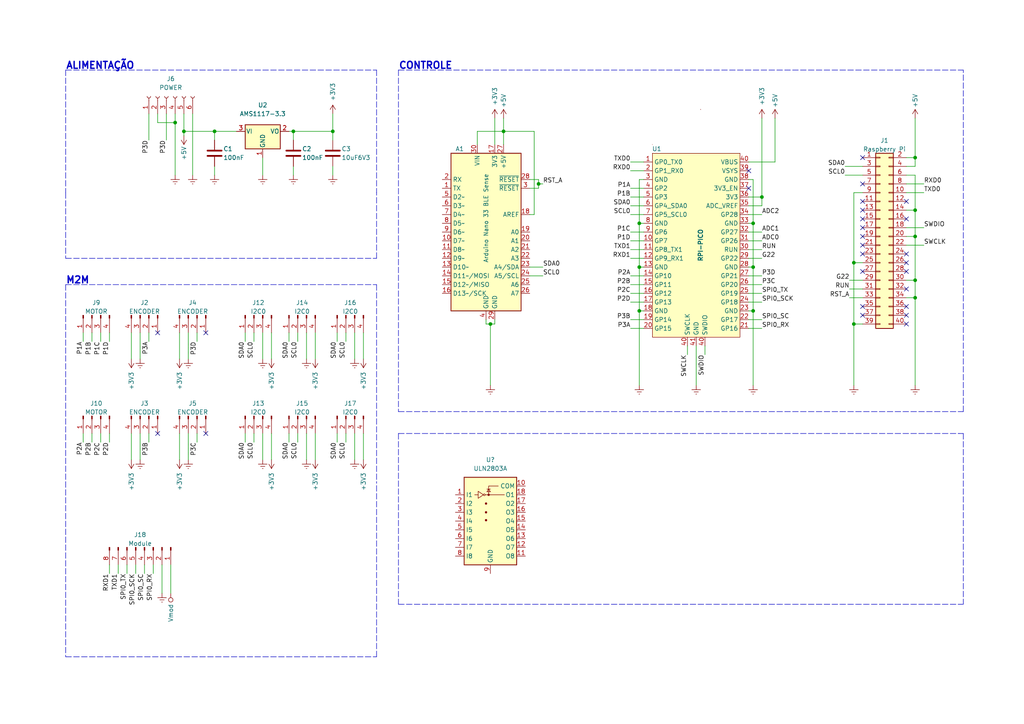
<source format=kicad_sch>
(kicad_sch (version 20211123) (generator eeschema)
  (paper "A4")
  (title_block (title "Controle e Alimentação") (date "2022-06-19") (rev "1.0") (company "Trekking") (comment 2 "Pedro Igro B. S."))
  (lib_symbols
    (symbol "Connector:Conn_01x04_Male" (pin_names (offset 1.016) hide)
      (property "Reference" "J" (at 0 5.08 0))
      (property "Value" "Conn_01x04_Male" (at 0 -7.62 0))
      (symbol "Conn_01x04_Male_1_1"
        (polyline (pts (xy 1.27 -5.08) (xy 0.8636 -5.08)) (stroke (width 0.1524)))
        (polyline (pts (xy 1.27 -2.54) (xy 0.8636 -2.54)) (stroke (width 0.1524)))
        (polyline (pts (xy 1.27 0) (xy 0.8636 0)) (stroke (width 0.1524)))
        (polyline (pts (xy 1.27 2.54) (xy 0.8636 2.54)) (stroke (width 0.1524)))
        (rectangle (start 0.8636 -4.953) (end 0 -5.207) (stroke (width 0.1524)) (fill (type outline)))
        (rectangle (start 0.8636 -2.413) (end 0 -2.667) (stroke (width 0.1524)) (fill (type outline)))
        (rectangle (start 0.8636 0.127) (end 0 -0.127) (stroke (width 0.1524)) (fill (type outline)))
        (rectangle (start 0.8636 2.667) (end 0 2.413) (stroke (width 0.1524)) (fill (type outline)))
        (pin passive line (at 5.08 2.54 180) (length 3.81) (name "Pin_1") (number "1"))
        (pin passive line (at 5.08 0 180) (length 3.81) (name "Pin_2") (number "2"))
        (pin passive line (at 5.08 -2.54 180) (length 3.81) (name "Pin_3") (number "3"))
        (pin passive line (at 5.08 -5.08 180) (length 3.81) (name "Pin_4") (number "4"))
      )
    )
    (symbol "Connector:Conn_01x06_Female" (pin_names (offset 1.016) hide)
      (property "Reference" "J" (at 0 7.62 0))
      (property "Value" "Conn_01x06_Female" (at 0 -10.16 0))
      (symbol "Conn_01x06_Female_1_1"
        (arc (start 0 -7.112) (mid -0.508 -7.62) (end 0 -8.128) (stroke (width 0.1524)))
        (arc (start 0 -4.572) (mid -0.508 -5.08) (end 0 -5.588) (stroke (width 0.1524)))
        (arc (start 0 -2.032) (mid -0.508 -2.54) (end 0 -3.048) (stroke (width 0.1524)))
        (polyline (pts (xy -1.27 -7.62) (xy -0.508 -7.62)) (stroke (width 0.1524)))
        (polyline (pts (xy -1.27 -5.08) (xy -0.508 -5.08)) (stroke (width 0.1524)))
        (polyline (pts (xy -1.27 -2.54) (xy -0.508 -2.54)) (stroke (width 0.1524)))
        (polyline (pts (xy -1.27 0) (xy -0.508 0)) (stroke (width 0.1524)))
        (polyline (pts (xy -1.27 2.54) (xy -0.508 2.54)) (stroke (width 0.1524)))
        (polyline (pts (xy -1.27 5.08) (xy -0.508 5.08)) (stroke (width 0.1524)))
        (arc (start 0 0.508) (mid -0.508 0) (end 0 -0.508) (stroke (width 0.1524)))
        (arc (start 0 3.048) (mid -0.508 2.54) (end 0 2.032) (stroke (width 0.1524)))
        (arc (start 0 5.588) (mid -0.508 5.08) (end 0 4.572) (stroke (width 0.1524)))
        (pin passive line (at -5.08 5.08 0) (length 3.81) (name "Pin_1") (number "1"))
        (pin passive line (at -5.08 2.54 0) (length 3.81) (name "Pin_2") (number "2"))
        (pin passive line (at -5.08 0 0) (length 3.81) (name "Pin_3") (number "3"))
        (pin passive line (at -5.08 -2.54 0) (length 3.81) (name "Pin_4") (number "4"))
        (pin passive line (at -5.08 -5.08 0) (length 3.81) (name "Pin_5") (number "5"))
        (pin passive line (at -5.08 -7.62 0) (length 3.81) (name "Pin_6") (number "6"))
      )
    )
    (symbol "Connector:Conn_01x08_Male" (pin_names (offset 1.016) hide)
      (property "Reference" "J" (at 0 10.16 0))
      (property "Value" "Conn_01x08_Male" (at 0 -12.7 0))
      (symbol "Conn_01x08_Male_1_1"
        (polyline (pts (xy 1.27 -10.16) (xy 0.8636 -10.16)) (stroke (width 0.1524)))
        (polyline (pts (xy 1.27 -7.62) (xy 0.8636 -7.62)) (stroke (width 0.1524)))
        (polyline (pts (xy 1.27 -5.08) (xy 0.8636 -5.08)) (stroke (width 0.1524)))
        (polyline (pts (xy 1.27 -2.54) (xy 0.8636 -2.54)) (stroke (width 0.1524)))
        (polyline (pts (xy 1.27 0) (xy 0.8636 0)) (stroke (width 0.1524)))
        (polyline (pts (xy 1.27 2.54) (xy 0.8636 2.54)) (stroke (width 0.1524)))
        (polyline (pts (xy 1.27 5.08) (xy 0.8636 5.08)) (stroke (width 0.1524)))
        (polyline (pts (xy 1.27 7.62) (xy 0.8636 7.62)) (stroke (width 0.1524)))
        (rectangle (start 0.8636 -10.033) (end 0 -10.287) (stroke (width 0.1524)) (fill (type outline)))
        (rectangle (start 0.8636 -7.493) (end 0 -7.747) (stroke (width 0.1524)) (fill (type outline)))
        (rectangle (start 0.8636 -4.953) (end 0 -5.207) (stroke (width 0.1524)) (fill (type outline)))
        (rectangle (start 0.8636 -2.413) (end 0 -2.667) (stroke (width 0.1524)) (fill (type outline)))
        (rectangle (start 0.8636 0.127) (end 0 -0.127) (stroke (width 0.1524)) (fill (type outline)))
        (rectangle (start 0.8636 2.667) (end 0 2.413) (stroke (width 0.1524)) (fill (type outline)))
        (rectangle (start 0.8636 5.207) (end 0 4.953) (stroke (width 0.1524)) (fill (type outline)))
        (rectangle (start 0.8636 7.747) (end 0 7.493) (stroke (width 0.1524)) (fill (type outline)))
        (pin passive line (at 5.08 7.62 180) (length 3.81) (name "Pin_1") (number "1"))
        (pin passive line (at 5.08 5.08 180) (length 3.81) (name "Pin_2") (number "2"))
        (pin passive line (at 5.08 2.54 180) (length 3.81) (name "Pin_3") (number "3"))
        (pin passive line (at 5.08 0 180) (length 3.81) (name "Pin_4") (number "4"))
        (pin passive line (at 5.08 -2.54 180) (length 3.81) (name "Pin_5") (number "5"))
        (pin passive line (at 5.08 -5.08 180) (length 3.81) (name "Pin_6") (number "6"))
        (pin passive line (at 5.08 -7.62 180) (length 3.81) (name "Pin_7") (number "7"))
        (pin passive line (at 5.08 -10.16 180) (length 3.81) (name "Pin_8") (number "8"))
      )
    )
    (symbol "Connector_Generic:Conn_02x20_Odd_Even" (pin_names (offset 1.016) hide)
      (property "Reference" "J" (at 1.27 25.4 0))
      (property "Value" "Conn_02x20_Odd_Even" (at 1.27 -27.94 0))
      (symbol "Conn_02x20_Odd_Even_1_1"
        (rectangle (start -1.27 -25.273) (end 0 -25.527) (stroke (width 0.1524)))
        (rectangle (start -1.27 -22.733) (end 0 -22.987) (stroke (width 0.1524)))
        (rectangle (start -1.27 -20.193) (end 0 -20.447) (stroke (width 0.1524)))
        (rectangle (start -1.27 -17.653) (end 0 -17.907) (stroke (width 0.1524)))
        (rectangle (start -1.27 -15.113) (end 0 -15.367) (stroke (width 0.1524)))
        (rectangle (start -1.27 -12.573) (end 0 -12.827) (stroke (width 0.1524)))
        (rectangle (start -1.27 -10.033) (end 0 -10.287) (stroke (width 0.1524)))
        (rectangle (start -1.27 -7.493) (end 0 -7.747) (stroke (width 0.1524)))
        (rectangle (start -1.27 -4.953) (end 0 -5.207) (stroke (width 0.1524)))
        (rectangle (start -1.27 -2.413) (end 0 -2.667) (stroke (width 0.1524)))
        (rectangle (start -1.27 0.127) (end 0 -0.127) (stroke (width 0.1524)))
        (rectangle (start -1.27 2.667) (end 0 2.413) (stroke (width 0.1524)))
        (rectangle (start -1.27 5.207) (end 0 4.953) (stroke (width 0.1524)))
        (rectangle (start -1.27 7.747) (end 0 7.493) (stroke (width 0.1524)))
        (rectangle (start -1.27 10.287) (end 0 10.033) (stroke (width 0.1524)))
        (rectangle (start -1.27 12.827) (end 0 12.573) (stroke (width 0.1524)))
        (rectangle (start -1.27 15.367) (end 0 15.113) (stroke (width 0.1524)))
        (rectangle (start -1.27 17.907) (end 0 17.653) (stroke (width 0.1524)))
        (rectangle (start -1.27 20.447) (end 0 20.193) (stroke (width 0.1524)))
        (rectangle (start -1.27 22.987) (end 0 22.733) (stroke (width 0.1524)))
        (rectangle (start -1.27 24.13) (end 3.81 -26.67) (stroke (width 0.254)) (fill (type background)))
        (rectangle (start 3.81 -25.273) (end 2.54 -25.527) (stroke (width 0.1524)))
        (rectangle (start 3.81 -22.733) (end 2.54 -22.987) (stroke (width 0.1524)))
        (rectangle (start 3.81 -20.193) (end 2.54 -20.447) (stroke (width 0.1524)))
        (rectangle (start 3.81 -17.653) (end 2.54 -17.907) (stroke (width 0.1524)))
        (rectangle (start 3.81 -15.113) (end 2.54 -15.367) (stroke (width 0.1524)))
        (rectangle (start 3.81 -12.573) (end 2.54 -12.827) (stroke (width 0.1524)))
        (rectangle (start 3.81 -10.033) (end 2.54 -10.287) (stroke (width 0.1524)))
        (rectangle (start 3.81 -7.493) (end 2.54 -7.747) (stroke (width 0.1524)))
        (rectangle (start 3.81 -4.953) (end 2.54 -5.207) (stroke (width 0.1524)))
        (rectangle (start 3.81 -2.413) (end 2.54 -2.667) (stroke (width 0.1524)))
        (rectangle (start 3.81 0.127) (end 2.54 -0.127) (stroke (width 0.1524)))
        (rectangle (start 3.81 2.667) (end 2.54 2.413) (stroke (width 0.1524)))
        (rectangle (start 3.81 5.207) (end 2.54 4.953) (stroke (width 0.1524)))
        (rectangle (start 3.81 7.747) (end 2.54 7.493) (stroke (width 0.1524)))
        (rectangle (start 3.81 10.287) (end 2.54 10.033) (stroke (width 0.1524)))
        (rectangle (start 3.81 12.827) (end 2.54 12.573) (stroke (width 0.1524)))
        (rectangle (start 3.81 15.367) (end 2.54 15.113) (stroke (width 0.1524)))
        (rectangle (start 3.81 17.907) (end 2.54 17.653) (stroke (width 0.1524)))
        (rectangle (start 3.81 20.447) (end 2.54 20.193) (stroke (width 0.1524)))
        (rectangle (start 3.81 22.987) (end 2.54 22.733) (stroke (width 0.1524)))
        (pin passive line (at -5.08 22.86 0) (length 3.81) (name "Pin_1") (number "1"))
        (pin passive line (at 7.62 12.7 180) (length 3.81) (name "Pin_10") (number "10"))
        (pin passive line (at -5.08 10.16 0) (length 3.81) (name "Pin_11") (number "11"))
        (pin passive line (at 7.62 10.16 180) (length 3.81) (name "Pin_12") (number "12"))
        (pin passive line (at -5.08 7.62 0) (length 3.81) (name "Pin_13") (number "13"))
        (pin passive line (at 7.62 7.62 180) (length 3.81) (name "Pin_14") (number "14"))
        (pin passive line (at -5.08 5.08 0) (length 3.81) (name "Pin_15") (number "15"))
        (pin passive line (at 7.62 5.08 180) (length 3.81) (name "Pin_16") (number "16"))
        (pin passive line (at -5.08 2.54 0) (length 3.81) (name "Pin_17") (number "17"))
        (pin passive line (at 7.62 2.54 180) (length 3.81) (name "Pin_18") (number "18"))
        (pin passive line (at -5.08 0 0) (length 3.81) (name "Pin_19") (number "19"))
        (pin passive line (at 7.62 22.86 180) (length 3.81) (name "Pin_2") (number "2"))
        (pin passive line (at 7.62 0 180) (length 3.81) (name "Pin_20") (number "20"))
        (pin passive line (at -5.08 -2.54 0) (length 3.81) (name "Pin_21") (number "21"))
        (pin passive line (at 7.62 -2.54 180) (length 3.81) (name "Pin_22") (number "22"))
        (pin passive line (at -5.08 -5.08 0) (length 3.81) (name "Pin_23") (number "23"))
        (pin passive line (at 7.62 -5.08 180) (length 3.81) (name "Pin_24") (number "24"))
        (pin passive line (at -5.08 -7.62 0) (length 3.81) (name "Pin_25") (number "25"))
        (pin passive line (at 7.62 -7.62 180) (length 3.81) (name "Pin_26") (number "26"))
        (pin passive line (at -5.08 -10.16 0) (length 3.81) (name "Pin_27") (number "27"))
        (pin passive line (at 7.62 -10.16 180) (length 3.81) (name "Pin_28") (number "28"))
        (pin passive line (at -5.08 -12.7 0) (length 3.81) (name "Pin_29") (number "29"))
        (pin passive line (at -5.08 20.32 0) (length 3.81) (name "Pin_3") (number "3"))
        (pin passive line (at 7.62 -12.7 180) (length 3.81) (name "Pin_30") (number "30"))
        (pin passive line (at -5.08 -15.24 0) (length 3.81) (name "Pin_31") (number "31"))
        (pin passive line (at 7.62 -15.24 180) (length 3.81) (name "Pin_32") (number "32"))
        (pin passive line (at -5.08 -17.78 0) (length 3.81) (name "Pin_33") (number "33"))
        (pin passive line (at 7.62 -17.78 180) (length 3.81) (name "Pin_34") (number "34"))
        (pin passive line (at -5.08 -20.32 0) (length 3.81) (name "Pin_35") (number "35"))
        (pin passive line (at 7.62 -20.32 180) (length 3.81) (name "Pin_36") (number "36"))
        (pin passive line (at -5.08 -22.86 0) (length 3.81) (name "Pin_37") (number "37"))
        (pin passive line (at 7.62 -22.86 180) (length 3.81) (name "Pin_38") (number "38"))
        (pin passive line (at -5.08 -25.4 0) (length 3.81) (name "Pin_39") (number "39"))
        (pin passive line (at 7.62 20.32 180) (length 3.81) (name "Pin_4") (number "4"))
        (pin passive line (at 7.62 -25.4 180) (length 3.81) (name "Pin_40") (number "40"))
        (pin passive line (at -5.08 17.78 0) (length 3.81) (name "Pin_5") (number "5"))
        (pin passive line (at 7.62 17.78 180) (length 3.81) (name "Pin_6") (number "6"))
        (pin passive line (at -5.08 15.24 0) (length 3.81) (name "Pin_7") (number "7"))
        (pin passive line (at 7.62 15.24 180) (length 3.81) (name "Pin_8") (number "8"))
        (pin passive line (at -5.08 12.7 0) (length 3.81) (name "Pin_9") (number "9"))
      )
    )
    (symbol "Device:C" (pin_numbers hide) (pin_names (offset 0.254))
      (property "Reference" "C" (at 0.635 2.54 0))
      (property "Value" "C" (at 0.635 -2.54 0))
      (symbol "C_0_1"
        (polyline (pts (xy -2.032 -0.762) (xy 2.032 -0.762)) (stroke (width 0.508)))
        (polyline (pts (xy -2.032 0.762) (xy 2.032 0.762)) (stroke (width 0.508)))
      )
      (symbol "C_1_1"
        (pin passive line (at 0 3.81 270) (length 2.794) (name "~") (number "1"))
        (pin passive line (at 0 -3.81 90) (length 2.794) (name "~") (number "2"))
      )
    )
    (symbol "MCU_Module:Arduino_Nano_v3.x"
      (property "Reference" "A?" (at 4.5594 -25.4 0))
      (property "Value" "Arduino® Nano 33 BLE Sense" (at 4.5594 -27.94 0))
      (symbol "Arduino_Nano_v3.x_0_1"
        (rectangle (start -10.16 22.86) (end 10.16 -22.86) (stroke (width 0.254)) (fill (type background)))
      )
      (symbol "Arduino_Nano_v3.x_1_1"
        (pin bidirectional line (at -12.7 12.7 0) (length 2.54) (name "TX") (number "1"))
        (pin bidirectional line (at -12.7 -2.54 0) (length 2.54) (name "D7~") (number "10"))
        (pin bidirectional line (at -12.7 -5.08 0) (length 2.54) (name "D8~") (number "11"))
        (pin bidirectional line (at -12.7 -7.62 0) (length 2.54) (name "D9~") (number "12"))
        (pin bidirectional line (at -12.7 -10.16 0) (length 2.54) (name "D10~") (number "13"))
        (pin bidirectional line (at -12.7 -12.7 0) (length 2.54) (name "D11~/MOSI") (number "14"))
        (pin bidirectional line (at -12.7 -15.24 0) (length 2.54) (name "D12~/MISO") (number "15"))
        (pin bidirectional line (at -12.7 -17.78 0) (length 2.54) (name "D13~/SCK") (number "16"))
        (pin power_out line (at 2.54 25.4 270) (length 2.54) (name "3V3") (number "17"))
        (pin input line (at 12.7 5.08 180) (length 2.54) (name "AREF") (number "18"))
        (pin bidirectional line (at 12.7 0 180) (length 2.54) (name "A0") (number "19"))
        (pin bidirectional line (at -12.7 15.24 0) (length 2.54) (name "RX") (number "2"))
        (pin bidirectional line (at 12.7 -2.54 180) (length 2.54) (name "A1") (number "20"))
        (pin bidirectional line (at 12.7 -5.08 180) (length 2.54) (name "A2") (number "21"))
        (pin bidirectional line (at 12.7 -7.62 180) (length 2.54) (name "A3") (number "22"))
        (pin bidirectional line (at 12.7 -10.16 180) (length 2.54) (name "A4/SDA") (number "23"))
        (pin bidirectional line (at 12.7 -12.7 180) (length 2.54) (name "A5/SCL") (number "24"))
        (pin bidirectional line (at 12.7 -15.24 180) (length 2.54) (name "A6") (number "25"))
        (pin bidirectional line (at 12.7 -17.78 180) (length 2.54) (name "A7") (number "26"))
        (pin power_out line (at 5.08 25.4 270) (length 2.54) (name "+5V") (number "27"))
        (pin input line (at 12.7 15.24 180) (length 2.54) (name "~{RESET}") (number "28"))
        (pin power_in line (at 2.54 -25.4 90) (length 2.54) (name "GND") (number "29"))
        (pin input line (at 12.7 12.7 180) (length 2.54) (name "~{RESET}") (number "3"))
        (pin power_in line (at -2.54 25.4 270) (length 2.54) (name "VIN") (number "30"))
        (pin power_in line (at 0 -25.4 90) (length 2.54) (name "GND") (number "4"))
        (pin bidirectional line (at -12.7 10.16 0) (length 2.54) (name "D2~") (number "5"))
        (pin bidirectional line (at -12.7 7.62 0) (length 2.54) (name "D3~") (number "6"))
        (pin bidirectional line (at -12.7 5.08 0) (length 2.54) (name "D4~") (number "7"))
        (pin bidirectional line (at -12.7 2.54 0) (length 2.54) (name "D5~") (number "8"))
        (pin bidirectional line (at -12.7 0 0) (length 2.54) (name "D6~") (number "9"))
      )
    )
    (symbol "MyLib-ALL:Vmod" (power) (pin_names (offset 0))
      (property "Value" "Vmod" (at 0 3.81 0))
      (symbol "Vmod_0_1"
        (polyline (pts (xy 0 0) (xy 0 1.27)))
        (circle (center 0 1.905) (radius 0.635))
      )
      (symbol "Vmod_1_1"
        (pin power_in line (at 0 0 90) (length 0) hide (name "Vmod") (number "1"))
      )
    )
    (symbol "Regulator_Linear:AMS1117-3.3" (pin_names (offset 0.254))
      (property "Reference" "U" (at -3.81 3.175 0))
      (property "Value" "AMS1117-3.3" (at 0 3.175 0))
      (symbol "AMS1117-3.3_0_1"
        (rectangle (start -5.08 -5.08) (end 5.08 1.905) (stroke (width 0.254)) (fill (type background)))
      )
      (symbol "AMS1117-3.3_1_1"
        (pin power_in line (at 0 -7.62 90) (length 2.54) (name "GND") (number "1"))
        (pin power_out line (at 7.62 0 180) (length 2.54) (name "VO") (number "2"))
        (pin power_in line (at -7.62 0 0) (length 2.54) (name "VI") (number "3"))
      )
    )
    (symbol "Transistor_Array:ULN2803A"
      (property "Reference" "U" (at 0 13.335 0))
      (property "Value" "ULN2803A" (at 0 11.43 0))
      (symbol "ULN2803A_0_1"
        (rectangle (start -7.62 -15.24) (end 7.62 10.16) (stroke (width 0.254)) (fill (type background)))
        (circle (center -1.778 5.08) (radius 0.254))
        (circle (center -1.27 -2.286) (radius 0.254) (fill (type outline)))
        (circle (center -1.27 0) (radius 0.254) (fill (type outline)))
        (circle (center -1.27 2.54) (radius 0.254) (fill (type outline)))
        (circle (center -0.508 5.08) (radius 0.254) (fill (type outline)))
        (polyline (pts (xy -4.572 5.08) (xy -3.556 5.08)))
        (polyline (pts (xy -1.524 5.08) (xy 4.064 5.08)))
        (polyline (pts (xy 0 6.731) (xy -1.016 6.731)))
        (polyline (pts (xy -0.508 5.08) (xy -0.508 7.62) (xy 2.286 7.62)))
        (polyline (pts (xy -3.556 6.096) (xy -3.556 4.064) (xy -2.032 5.08) (xy -3.556 6.096)))
        (polyline (pts (xy 0 5.969) (xy -1.016 5.969) (xy -0.508 6.731) (xy 0 5.969)))
      )
      (symbol "ULN2803A_1_1"
        (pin input line (at -10.16 5.08 0) (length 2.54) (name "I1") (number "1"))
        (pin passive line (at 10.16 7.62 180) (length 2.54) (name "COM") (number "10"))
        (pin open_collector line (at 10.16 -12.7 180) (length 2.54) (name "O8") (number "11"))
        (pin open_collector line (at 10.16 -10.16 180) (length 2.54) (name "O7") (number "12"))
        (pin open_collector line (at 10.16 -7.62 180) (length 2.54) (name "O6") (number "13"))
        (pin open_collector line (at 10.16 -5.08 180) (length 2.54) (name "O5") (number "14"))
        (pin open_collector line (at 10.16 -2.54 180) (length 2.54) (name "O4") (number "15"))
        (pin open_collector line (at 10.16 0 180) (length 2.54) (name "O3") (number "16"))
        (pin open_collector line (at 10.16 2.54 180) (length 2.54) (name "O2") (number "17"))
        (pin open_collector line (at 10.16 5.08 180) (length 2.54) (name "O1") (number "18"))
        (pin input line (at -10.16 2.54 0) (length 2.54) (name "I2") (number "2"))
        (pin input line (at -10.16 0 0) (length 2.54) (name "I3") (number "3"))
        (pin input line (at -10.16 -2.54 0) (length 2.54) (name "I4") (number "4"))
        (pin input line (at -10.16 -5.08 0) (length 2.54) (name "I5") (number "5"))
        (pin input line (at -10.16 -7.62 0) (length 2.54) (name "I6") (number "6"))
        (pin input line (at -10.16 -10.16 0) (length 2.54) (name "I7") (number "7"))
        (pin input line (at -10.16 -12.7 0) (length 2.54) (name "I8") (number "8"))
        (pin power_in line (at 0 -17.78 90) (length 2.54) (name "GND") (number "9"))
      )
    )
    (symbol "power:+3V3" (power) (pin_names (offset 0))
      (property "Value" "+3V3" (at 0 3.556 0))
      (symbol "+3V3_0_1"
        (polyline (pts (xy -0.762 1.27) (xy 0 2.54)))
        (polyline (pts (xy 0 0) (xy 0 2.54)))
        (polyline (pts (xy 0 2.54) (xy 0.762 1.27)))
      )
      (symbol "+3V3_1_1"
        (pin power_in line (at 0 0 90) (length 0) hide (name "+3V3") (number "1"))
      )
    )
    (symbol "power:+5V" (power) (pin_names (offset 0))
      (property "Value" "+5V" (at 0 3.556 0))
      (symbol "+5V_0_1"
        (polyline (pts (xy -0.762 1.27) (xy 0 2.54)))
        (polyline (pts (xy 0 0) (xy 0 2.54)))
        (polyline (pts (xy 0 2.54) (xy 0.762 1.27)))
      )
      (symbol "+5V_1_1"
        (pin power_in line (at 0 0 90) (length 0) hide (name "+5V") (number "1"))
      )
    )
    (symbol "power:Earth" (power) (pin_names (offset 0))
      (symbol "Earth_0_1"
        (polyline (pts (xy -0.635 -1.905) (xy 0.635 -1.905)))
        (polyline (pts (xy -0.127 -2.54) (xy 0.127 -2.54)))
        (polyline (pts (xy 0 -1.27) (xy 0 0)))
        (polyline (pts (xy 1.27 -1.27) (xy -1.27 -1.27)))
      )
      (symbol "Earth_1_1"
        (pin power_in line (at 0 0 270) (length 0) hide (name "Earth") (number "1"))
      )
    )
    (symbol "trekking_Library:RPI-PICO"
      (property "Reference" "U1" (at -11.43 27.94 0))
      (property "Value" "RPI-PICO" (at 1.27 0 90))
      (symbol "RPI-PICO_0_1"
        (rectangle (start -12.7 26.67) (end 12.7 -26.67) (stroke (width 0.1524)) (fill (type background)))
        (rectangle (start -12.7 29.21) (end -12.7 29.21) (stroke (width 0.1524)))
        (rectangle (start 1.27 39.37) (end 1.27 39.37) (stroke (width 0.1524)))
        (rectangle (start 1.27 39.37) (end 1.27 39.37) (stroke (width 0.1524)))
      )
      (symbol "RPI-PICO_1_1"
        (pin bidirectional line (at -15.24 24.13 0) (length 2.54) (name "GP0_TX0") (number "1"))
        (pin bidirectional line (at -15.24 1.27 0) (length 2.54) (name "GP7") (number "10"))
        (pin bidirectional line (at -15.24 -1.27 0) (length 2.54) (name "GP8_TX1") (number "11"))
        (pin bidirectional line (at -15.24 -3.81 0) (length 2.54) (name "GP9_RX1") (number "12"))
        (pin passive line (at -15.24 -6.35 0) (length 2.54) (name "GND") (number "13"))
        (pin bidirectional line (at -15.24 -8.89 0) (length 2.54) (name "GP10") (number "14"))
        (pin bidirectional line (at -15.24 -11.43 0) (length 2.54) (name "GP11") (number "15"))
        (pin bidirectional line (at -15.24 -13.97 0) (length 2.54) (name "GP12") (number "16"))
        (pin bidirectional line (at -15.24 -16.51 0) (length 2.54) (name "GP13") (number "17"))
        (pin passive line (at -15.24 -19.05 0) (length 2.54) (name "GND") (number "18"))
        (pin bidirectional line (at -15.24 -21.59 0) (length 2.54) (name "GP14") (number "19"))
        (pin bidirectional line (at -15.24 21.59 0) (length 2.54) (name "GP1_RX0") (number "2"))
        (pin bidirectional line (at -15.24 -24.13 0) (length 2.54) (name "GP15") (number "20"))
        (pin bidirectional line (at 15.24 -24.13 180) (length 2.54) (name "GP16") (number "21"))
        (pin bidirectional line (at 15.24 -21.59 180) (length 2.54) (name "GP17") (number "22"))
        (pin passive line (at 15.24 -19.05 180) (length 2.54) (name "GND") (number "23"))
        (pin bidirectional line (at 15.24 -16.51 180) (length 2.54) (name "GP18") (number "24"))
        (pin bidirectional line (at 15.24 -13.97 180) (length 2.54) (name "GP19") (number "25"))
        (pin bidirectional line (at 15.24 -11.43 180) (length 2.54) (name "GP20") (number "26"))
        (pin bidirectional line (at 15.24 -8.89 180) (length 2.54) (name "GP21") (number "27"))
        (pin passive line (at 15.24 -6.35 180) (length 2.54) (name "GND") (number "28"))
        (pin bidirectional line (at 15.24 -3.81 180) (length 2.54) (name "GP22") (number "29"))
        (pin passive line (at -15.24 19.05 0) (length 2.54) (name "GND") (number "3"))
        (pin passive line (at 15.24 -1.27 180) (length 2.54) (name "RUN") (number "30"))
        (pin bidirectional line (at 15.24 1.27 180) (length 2.54) (name "GP26") (number "31"))
        (pin bidirectional line (at 15.24 3.81 180) (length 2.54) (name "GP27") (number "32"))
        (pin passive line (at 15.24 6.35 180) (length 2.54) (name "GND") (number "33"))
        (pin bidirectional line (at 15.24 8.89 180) (length 2.54) (name "GP28") (number "34"))
        (pin input line (at 15.24 11.43 180) (length 2.54) (name "ADC_VREF") (number "35"))
        (pin power_out line (at 15.24 13.97 180) (length 2.54) (name "3V3") (number "36"))
        (pin passive line (at 15.24 16.51 180) (length 2.54) (name "3V3_EN") (number "37"))
        (pin passive line (at 15.24 19.05 180) (length 2.54) (name "GND") (number "38"))
        (pin power_out line (at 15.24 21.59 180) (length 2.54) (name "VSYS") (number "39"))
        (pin bidirectional line (at -15.24 16.51 0) (length 2.54) (name "GP2") (number "4"))
        (pin power_in line (at -2.54 -29.21 90) (length 2.54) (name "SWCLK") (number "40"))
        (pin power_in line (at 2.54 -29.21 90) (length 2.54) (name "SWDIO") (number "40"))
        (pin power_in line (at 15.24 24.13 180) (length 2.54) (name "VBUS") (number "40"))
        (pin power_in line (at 0 -29.21 90) (length 2.54) (name "GND") (number "41"))
        (pin bidirectional line (at -15.24 13.97 0) (length 2.54) (name "GP3") (number "5"))
        (pin bidirectional line (at -15.24 11.43 0) (length 2.54) (name "GP4_SDA0") (number "6"))
        (pin bidirectional line (at -15.24 8.89 0) (length 2.54) (name "GP5_SCL0") (number "7"))
        (pin passive line (at -15.24 6.35 0) (length 2.54) (name "GND") (number "8"))
        (pin bidirectional line (at -15.24 3.81 0) (length 2.54) (name "GP6") (number "9"))
      )
    )
  )
  (junction (at 247.65 76.2))
  (junction (at 265.43 60.96))
  (junction (at 50.8 35.56))
  (junction (at 265.43 81.28))
  (junction (at 85.09 38.1))
  (junction (at 247.65 93.98))
  (junction (at 265.43 68.58))
  (junction (at 142.24 93.98))
  (junction (at 62.23 38.1))
  (junction (at 96.52 38.1))
  (junction (at 218.44 90.17))
  (junction (at 220.98 57.15))
  (junction (at 185.42 90.17))
  (junction (at 218.44 77.47))
  (junction (at 53.34 38.1))
  (junction (at 265.43 86.36))
  (junction (at 185.42 64.77))
  (junction (at 146.05 38.1))
  (junction (at 265.43 45.72))
  (junction (at 218.44 64.77))
  (junction (at 185.42 77.47))
  (junction (at 156.21 53.34))
  (no_connect (at 45.72 125.73))
  (no_connect (at 217.17 49.53))
  (no_connect (at 217.17 54.61))
  (no_connect (at 250.19 53.34))
  (no_connect (at 45.72 96.52))
  (no_connect (at 262.89 93.98))
  (no_connect (at 250.19 45.72))
  (no_connect (at 59.69 125.73))
  (no_connect (at 59.69 96.52))
  (no_connect (at 262.89 73.66))
  (no_connect (at 262.89 78.74))
  (no_connect (at 250.19 78.74))
  (no_connect (at 262.89 63.5))
  (no_connect (at 250.19 91.44))
  (no_connect (at 250.19 88.9))
  (no_connect (at 262.89 76.2))
  (no_connect (at 262.89 88.9))
  (no_connect (at 262.89 83.82))
  (no_connect (at 250.19 71.12))
  (no_connect (at 250.19 73.66))
  (no_connect (at 262.89 58.42))
  (no_connect (at 250.19 63.5))
  (no_connect (at 250.19 66.04))
  (no_connect (at 250.19 68.58))
  (no_connect (at 250.19 58.42))
  (no_connect (at 250.19 60.96))
  (no_connect (at 262.89 91.44))
  (polyline (pts (xy 19.05 55.88) (xy 19.05 74.93)))
  (wire (pts (xy 218.44 90.17) (xy 218.44 77.47)))
  (wire (pts (xy 36.83 163.83) (xy 36.83 166.37)))
  (wire (pts (xy 83.82 96.52) (xy 83.82 99.06)))
  (wire (pts (xy 217.17 67.31) (xy 220.98 67.31)))
  (wire (pts (xy 57.15 125.73) (xy 57.15 128.27)))
  (wire (pts (xy 265.43 81.28) (xy 262.89 81.28)))
  (wire (pts (xy 54.61 96.52) (xy 54.61 104.14)))
  (wire (pts (xy 185.42 77.47) (xy 185.42 90.17)))
  (wire (pts (xy 96.52 40.64) (xy 96.52 38.1)))
  (wire (pts (xy 91.44 125.73) (xy 91.44 133.35)))
  (wire (pts (xy 45.72 33.02) (xy 45.72 35.56)))
  (wire (pts (xy 267.97 66.04) (xy 262.89 66.04)))
  (wire (pts (xy 24.13 96.52) (xy 24.13 99.06)))
  (wire (pts (xy 185.42 64.77) (xy 185.42 77.47)))
  (wire (pts (xy 100.33 125.73) (xy 100.33 128.27)))
  (wire (pts (xy 43.18 33.02) (xy 43.18 40.64)))
  (wire (pts (xy 245.11 48.26) (xy 250.19 48.26)))
  (polyline (pts (xy 115.57 20.32) (xy 115.57 119.38)))
  (wire (pts (xy 62.23 48.26) (xy 62.23 50.8)))
  (wire (pts (xy 143.51 92.71) (xy 143.51 93.98)))
  (wire (pts (xy 156.21 53.34) (xy 157.48 53.34)))
  (wire (pts (xy 26.67 96.52) (xy 26.67 99.06)))
  (wire (pts (xy 217.17 87.63) (xy 220.98 87.63)))
  (wire (pts (xy 142.24 93.98) (xy 140.97 93.98)))
  (wire (pts (xy 43.18 125.73) (xy 43.18 128.27)))
  (wire (pts (xy 218.44 64.77) (xy 218.44 77.47)))
  (wire (pts (xy 91.44 96.52) (xy 91.44 104.14)))
  (wire (pts (xy 24.13 125.73) (xy 24.13 128.27)))
  (wire (pts (xy 55.88 33.02) (xy 55.88 50.8)))
  (wire (pts (xy 73.66 125.73) (xy 73.66 128.27)))
  (wire (pts (xy 153.67 62.23) (xy 154.94 62.23)))
  (wire (pts (xy 182.88 59.69) (xy 186.69 59.69)))
  (wire (pts (xy 220.98 34.29) (xy 220.98 57.15)))
  (wire (pts (xy 102.87 96.52) (xy 102.87 104.14)))
  (wire (pts (xy 217.17 52.07) (xy 218.44 52.07)))
  (wire (pts (xy 199.39 100.33) (xy 199.39 102.87)))
  (wire (pts (xy 224.79 46.99) (xy 217.17 46.99)))
  (wire (pts (xy 247.65 93.98) (xy 247.65 76.2)))
  (wire (pts (xy 182.88 87.63) (xy 186.69 87.63)))
  (wire (pts (xy 265.43 60.96) (xy 262.89 60.96)))
  (polyline (pts (xy 109.22 20.32) (xy 109.22 55.88)))
  (wire (pts (xy 224.79 34.29) (xy 224.79 46.99)))
  (wire (pts (xy 34.29 163.83) (xy 34.29 166.37)))
  (wire (pts (xy 220.98 59.69) (xy 220.98 57.15)))
  (wire (pts (xy 78.74 125.73) (xy 78.74 133.35)))
  (wire (pts (xy 182.88 80.01) (xy 186.69 80.01)))
  (polyline (pts (xy 19.05 20.32) (xy 19.05 55.88)))
  (wire (pts (xy 246.38 86.36) (xy 250.19 86.36)))
  (wire (pts (xy 50.8 35.56) (xy 50.8 50.8)))
  (wire (pts (xy 201.93 100.33) (xy 201.93 111.76)))
  (wire (pts (xy 247.65 55.88) (xy 247.65 76.2)))
  (wire (pts (xy 76.2 96.52) (xy 76.2 104.14)))
  (wire (pts (xy 97.79 125.73) (xy 97.79 128.27)))
  (wire (pts (xy 217.17 74.93) (xy 220.98 74.93)))
  (wire (pts (xy 246.38 81.28) (xy 250.19 81.28)))
  (wire (pts (xy 265.43 86.36) (xy 262.89 86.36)))
  (wire (pts (xy 86.36 96.52) (xy 86.36 99.06)))
  (wire (pts (xy 154.94 62.23) (xy 154.94 38.1)))
  (wire (pts (xy 52.07 96.52) (xy 52.07 104.14)))
  (wire (pts (xy 250.19 55.88) (xy 247.65 55.88)))
  (wire (pts (xy 57.15 96.52) (xy 57.15 99.06)))
  (wire (pts (xy 44.45 163.83) (xy 44.45 166.37)))
  (wire (pts (xy 182.88 85.09) (xy 186.69 85.09)))
  (wire (pts (xy 217.17 90.17) (xy 218.44 90.17)))
  (wire (pts (xy 153.67 80.01) (xy 157.48 80.01)))
  (wire (pts (xy 185.42 52.07) (xy 185.42 64.77)))
  (polyline (pts (xy 115.57 20.32) (xy 279.4 20.32)))
  (wire (pts (xy 250.19 93.98) (xy 247.65 93.98)))
  (wire (pts (xy 29.21 96.52) (xy 29.21 99.06)))
  (polyline (pts (xy 109.22 82.55) (xy 109.22 139.7)))
  (wire (pts (xy 186.69 77.47) (xy 185.42 77.47)))
  (wire (pts (xy 182.88 49.53) (xy 186.69 49.53)))
  (wire (pts (xy 53.34 38.1) (xy 53.34 39.37)))
  (wire (pts (xy 31.75 125.73) (xy 31.75 128.27)))
  (wire (pts (xy 53.34 33.02) (xy 53.34 38.1)))
  (wire (pts (xy 40.64 96.52) (xy 40.64 104.14)))
  (wire (pts (xy 186.69 90.17) (xy 185.42 90.17)))
  (wire (pts (xy 265.43 60.96) (xy 265.43 68.58)))
  (wire (pts (xy 41.91 163.83) (xy 41.91 166.37)))
  (wire (pts (xy 154.94 38.1) (xy 146.05 38.1)))
  (wire (pts (xy 71.12 96.52) (xy 71.12 99.06)))
  (wire (pts (xy 38.1 125.73) (xy 38.1 133.35)))
  (wire (pts (xy 262.89 53.34) (xy 267.97 53.34)))
  (wire (pts (xy 85.09 38.1) (xy 96.52 38.1)))
  (polyline (pts (xy 278.13 125.73) (xy 279.4 125.73)))
  (wire (pts (xy 265.43 50.8) (xy 265.43 60.96)))
  (wire (pts (xy 220.98 57.15) (xy 217.17 57.15)))
  (wire (pts (xy 83.82 125.73) (xy 83.82 128.27)))
  (wire (pts (xy 247.65 93.98) (xy 247.65 111.76)))
  (polyline (pts (xy 279.4 119.38) (xy 279.4 20.32)))
  (polyline (pts (xy 115.57 125.73) (xy 278.13 125.73)))
  (wire (pts (xy 182.88 72.39) (xy 186.69 72.39)))
  (wire (pts (xy 86.36 125.73) (xy 86.36 128.27)))
  (wire (pts (xy 48.26 33.02) (xy 48.26 40.64)))
  (wire (pts (xy 217.17 85.09) (xy 220.98 85.09)))
  (polyline (pts (xy 115.57 125.73) (xy 115.57 175.26)))
  (wire (pts (xy 100.33 96.52) (xy 100.33 99.06)))
  (wire (pts (xy 31.75 96.52) (xy 31.75 99.06)))
  (wire (pts (xy 76.2 125.73) (xy 76.2 133.35)))
  (wire (pts (xy 217.17 62.23) (xy 220.98 62.23)))
  (wire (pts (xy 153.67 52.07) (xy 156.21 52.07)))
  (wire (pts (xy 262.89 71.12) (xy 267.97 71.12)))
  (wire (pts (xy 217.17 64.77) (xy 218.44 64.77)))
  (wire (pts (xy 217.17 69.85) (xy 220.98 69.85)))
  (wire (pts (xy 156.21 54.61) (xy 156.21 53.34)))
  (wire (pts (xy 182.88 46.99) (xy 186.69 46.99)))
  (wire (pts (xy 40.64 125.73) (xy 40.64 133.35)))
  (polyline (pts (xy 279.4 175.26) (xy 278.13 175.26)))
  (wire (pts (xy 76.2 45.72) (xy 76.2 50.8)))
  (wire (pts (xy 182.88 82.55) (xy 186.69 82.55)))
  (wire (pts (xy 247.65 76.2) (xy 250.19 76.2)))
  (wire (pts (xy 217.17 72.39) (xy 220.98 72.39)))
  (wire (pts (xy 88.9 125.73) (xy 88.9 133.35)))
  (wire (pts (xy 217.17 80.01) (xy 220.98 80.01)))
  (wire (pts (xy 46.99 163.83) (xy 46.99 172.085)))
  (wire (pts (xy 143.51 34.29) (xy 143.51 41.91)))
  (wire (pts (xy 38.1 96.52) (xy 38.1 104.14)))
  (wire (pts (xy 217.17 59.69) (xy 220.98 59.69)))
  (wire (pts (xy 182.88 95.25) (xy 186.69 95.25)))
  (wire (pts (xy 182.88 57.15) (xy 186.69 57.15)))
  (wire (pts (xy 71.12 125.73) (xy 71.12 128.27)))
  (wire (pts (xy 265.43 34.29) (xy 265.43 45.72)))
  (wire (pts (xy 78.74 96.52) (xy 78.74 104.14)))
  (wire (pts (xy 96.52 33.02) (xy 96.52 38.1)))
  (wire (pts (xy 218.44 90.17) (xy 218.44 111.76)))
  (polyline (pts (xy 19.05 82.55) (xy 19.05 139.7)))
  (wire (pts (xy 97.79 96.52) (xy 97.79 99.06)))
  (wire (pts (xy 105.41 96.52) (xy 105.41 104.14)))
  (wire (pts (xy 182.88 69.85) (xy 186.69 69.85)))
  (wire (pts (xy 153.67 54.61) (xy 156.21 54.61)))
  (wire (pts (xy 138.43 38.1) (xy 138.43 41.91)))
  (polyline (pts (xy 115.57 175.26) (xy 278.13 175.26)))
  (wire (pts (xy 96.52 48.26) (xy 96.52 50.8)))
  (wire (pts (xy 54.61 125.73) (xy 54.61 133.35)))
  (wire (pts (xy 265.43 86.36) (xy 265.43 111.76)))
  (wire (pts (xy 182.88 92.71) (xy 186.69 92.71)))
  (wire (pts (xy 153.67 77.47) (xy 157.48 77.47)))
  (wire (pts (xy 182.88 74.93) (xy 186.69 74.93)))
  (wire (pts (xy 156.21 53.34) (xy 156.21 52.07)))
  (wire (pts (xy 83.82 38.1) (xy 85.09 38.1)))
  (wire (pts (xy 39.37 163.83) (xy 39.37 166.37)))
  (wire (pts (xy 29.21 125.73) (xy 29.21 128.27)))
  (wire (pts (xy 143.51 93.98) (xy 142.24 93.98)))
  (wire (pts (xy 102.87 125.73) (xy 102.87 133.35)))
  (wire (pts (xy 186.69 52.07) (xy 185.42 52.07)))
  (wire (pts (xy 265.43 68.58) (xy 262.89 68.58)))
  (wire (pts (xy 245.11 50.8) (xy 250.19 50.8)))
  (wire (pts (xy 85.09 48.26) (xy 85.09 50.8)))
  (wire (pts (xy 218.44 77.47) (xy 217.17 77.47)))
  (wire (pts (xy 105.41 125.73) (xy 105.41 133.35)))
  (wire (pts (xy 265.43 48.26) (xy 262.89 48.26)))
  (wire (pts (xy 50.8 35.56) (xy 50.8 33.02)))
  (wire (pts (xy 204.47 100.33) (xy 204.47 102.87)))
  (wire (pts (xy 262.89 55.88) (xy 267.97 55.88)))
  (wire (pts (xy 182.88 62.23) (xy 186.69 62.23)))
  (wire (pts (xy 26.67 125.73) (xy 26.67 128.27)))
  (wire (pts (xy 246.38 83.82) (xy 250.19 83.82)))
  (wire (pts (xy 146.05 38.1) (xy 138.43 38.1)))
  (polyline (pts (xy 109.22 190.5) (xy 109.22 139.7)))
  (wire (pts (xy 217.17 92.71) (xy 220.98 92.71)))
  (wire (pts (xy 146.05 34.29) (xy 146.05 38.1)))
  (wire (pts (xy 265.43 81.28) (xy 265.43 86.36)))
  (wire (pts (xy 62.23 38.1) (xy 68.58 38.1)))
  (polyline (pts (xy 19.05 20.32) (xy 109.22 20.32)))
  (polyline (pts (xy 19.05 74.93) (xy 109.22 74.93)))
  (wire (pts (xy 85.09 38.1) (xy 85.09 40.64)))
  (wire (pts (xy 185.42 90.17) (xy 185.42 111.76)))
  (wire (pts (xy 62.23 38.1) (xy 62.23 40.64)))
  (wire (pts (xy 43.18 96.52) (xy 43.18 99.06)))
  (wire (pts (xy 182.88 67.31) (xy 186.69 67.31)))
  (wire (pts (xy 140.97 92.71) (xy 140.97 93.98)))
  (wire (pts (xy 217.17 82.55) (xy 220.98 82.55)))
  (polyline (pts (xy 19.05 82.55) (xy 109.22 82.55)))
  (wire (pts (xy 31.75 163.83) (xy 31.75 166.37)))
  (wire (pts (xy 146.05 41.91) (xy 146.05 38.1)))
  (polyline (pts (xy 115.57 119.38) (xy 279.4 119.38)))
  (wire (pts (xy 53.34 38.1) (xy 62.23 38.1)))
  (wire (pts (xy 49.53 163.83) (xy 49.53 172.085)))
  (wire (pts (xy 265.43 68.58) (xy 265.43 81.28)))
  (wire (pts (xy 45.72 35.56) (xy 50.8 35.56)))
  (wire (pts (xy 218.44 52.07) (xy 218.44 64.77)))
  (polyline (pts (xy 279.4 125.73) (xy 279.4 175.26)))
  (wire (pts (xy 185.42 64.77) (xy 186.69 64.77)))
  (wire (pts (xy 265.43 45.72) (xy 265.43 48.26)))
  (wire (pts (xy 262.89 50.8) (xy 265.43 50.8)))
  (wire (pts (xy 217.17 95.25) (xy 220.98 95.25)))
  (wire (pts (xy 52.07 125.73) (xy 52.07 133.35)))
  (wire (pts (xy 73.66 96.52) (xy 73.66 99.06)))
  (wire (pts (xy 182.88 54.61) (xy 186.69 54.61)))
  (polyline (pts (xy 19.05 190.5) (xy 109.22 190.5)))
  (polyline (pts (xy 19.05 139.7) (xy 19.05 190.5)))
  (wire (pts (xy 262.89 45.72) (xy 265.43 45.72)))
  (wire (pts (xy 142.24 111.76) (xy 142.24 93.98)))
  (polyline (pts (xy 109.22 74.93) (xy 109.22 55.88)))
  (wire (pts (xy 88.9 96.52) (xy 88.9 104.14)))
  (text "ALIMENTAÇÃO" (at 19.05 20.32 0) (effects (font (size 2 2) (thickness 0.4) bold) (justify left bottom)))
  (text "CONTROLE" (at 115.57 20.32 0) (effects (font (size 2 2) (thickness 0.4) bold) (justify left bottom)))
  (text "M2M" (at 19.05 82.55 0) (effects (font (size 2 2) (thickness 0.4) bold) (justify left bottom)))
  (label "RST_A" (at 157.48 53.34 0))
  (label "SDA0" (at 97.79 128.27 270))
  (label "TXD0" (at 267.97 55.88 0))
  (label "SPI0_SC" (at 41.91 166.37 270))
  (label "P2D" (at 31.75 128.27 270))
  (label "P3B" (at 43.18 128.27 270))
  (label "P3D" (at 43.18 40.64 270))
  (label "P1B" (at 182.88 57.15 180))
  (label "SWDIO" (at 204.47 102.87 270))
  (label "P3D" (at 48.26 40.64 270))
  (label "SDA0" (at 157.48 77.47 0))
  (label "SPI0_TX" (at 220.98 85.09 0))
  (label "P1C" (at 182.88 67.31 180))
  (label "SCL0" (at 73.66 99.06 270))
  (label "SDA0" (at 71.12 128.27 270))
  (label "P3D" (at 57.15 99.06 270))
  (label "RUN" (at 220.98 72.39 0))
  (label "TXD1" (at 182.88 72.39 180))
  (label "P1A" (at 24.13 99.06 270))
  (label "P1A" (at 182.88 54.61 180))
  (label "RXD1" (at 182.88 74.93 180))
  (label "ADC2" (at 220.98 62.23 0))
  (label "ADC0" (at 220.98 69.85 0))
  (label "RUN" (at 246.38 83.82 180))
  (label "P2C" (at 29.21 128.27 270))
  (label "SCL0" (at 73.66 128.27 270))
  (label "SCL0" (at 157.48 80.01 0))
  (label "P2A" (at 24.13 128.27 270))
  (label "SDA0" (at 97.79 99.06 270))
  (label "SDA0" (at 71.12 99.06 270))
  (label "SDA0" (at 83.82 128.27 270))
  (label "G22" (at 220.98 74.93 0))
  (label "RXD0" (at 182.88 49.53 180))
  (label "SPI0_SCK" (at 39.37 166.37 270))
  (label "P2A" (at 182.88 80.01 180))
  (label "P2B" (at 26.67 128.27 270))
  (label "P3C" (at 220.98 82.55 0))
  (label "SDA0" (at 83.82 99.06 270))
  (label "TXD0" (at 182.88 46.99 180))
  (label "P2B" (at 182.88 82.55 180))
  (label "SDA0" (at 245.11 48.26 180))
  (label "P3A" (at 43.18 99.06 270))
  (label "TXD1" (at 34.29 166.37 270))
  (label "P2D" (at 182.88 87.63 180))
  (label "SWCLK" (at 267.97 71.12 0))
  (label "P1D" (at 31.75 99.06 270))
  (label "G22" (at 246.38 81.28 180))
  (label "P3D" (at 220.98 80.01 0))
  (label "RXD0" (at 267.97 53.34 0))
  (label "SPI0_RX" (at 220.98 95.25 0))
  (label "P3A" (at 182.88 95.25 180))
  (label "P1B" (at 26.67 99.06 270))
  (label "P1C" (at 29.21 99.06 270))
  (label "ADC1" (at 220.98 67.31 0))
  (label "SPI0_RX" (at 44.45 166.37 270))
  (label "P3C" (at 57.15 128.27 270))
  (label "P3B" (at 182.88 92.71 180))
  (label "SPI0_SCK" (at 220.98 87.63 0))
  (label "P1D" (at 182.88 69.85 180))
  (label "SPI0_SC" (at 220.98 92.71 0))
  (label "SWCLK" (at 199.39 102.87 270))
  (label "P2C" (at 182.88 85.09 180))
  (label "SDA0" (at 182.88 59.69 180))
  (label "SCL0" (at 86.36 128.27 270))
  (label "SCL0" (at 182.88 62.23 180))
  (label "RXD1" (at 31.75 166.37 270))
  (label "SWDIO" (at 267.97 66.04 0))
  (label "SCL0" (at 100.33 128.27 270))
  (label "SPI0_TX" (at 36.83 166.37 270))
  (label "SCL0" (at 86.36 99.06 270))
  (label "RST_A" (at 246.38 86.36 180))
  (label "SCL0" (at 100.33 99.06 270))
  (label "SCL0" (at 245.11 50.8 180))
  (symbol (lib_id "power:Earth") (at 102.87 133.35 0) (unit 1)
    (property "Reference" "#PWR0147" (effects hide))
    (property "Value" "Earth" (effects hide))
  )
  (symbol (lib_id "Device:C") (at 62.23 44.45 0) (unit 1)
    (property "Reference" "C1" (at 64.77 43.18 0) (effects (justify left)))
    (property "Value" "100nF" (at 64.77 45.72 0) (effects (justify left)))
  )
  (symbol (lib_id "power:+3V3") (at 38.1 133.35 180) (unit 1)
    (property "Reference" "#PWR0107" (effects hide))
    (property "Value" "+3V3" (at 38.1 139.7 90))
  )
  (symbol (lib_id "power:Earth") (at 54.61 133.35 0) (unit 1)
    (property "Reference" "#PWR0111" (effects hide))
    (property "Value" "Earth" (effects hide))
  )
  (symbol (lib_id "MCU_Module:Arduino_Nano_v3.x") (at 140.97 67.31 0) (unit 1)
    (property "Reference" "A1" (at 132.08 43.18 0) (effects (justify left)))
    (property "Value" "Arduino Nano 33 BLE Sense" (at 140.97 76.2 90) (effects (font (size 1.2 1.2)) (justify left)))
    (property "Footprint" "Module:Arduino_Nano" (effects hide))
    (property "Datasheet" "https://docs.arduino.cc/resources/datasheets/ABX00031-datasheet.pdf" (effects hide))
  )
  (symbol (lib_id "Connector:Conn_01x04_Male") (at 26.67 120.65 90) (mirror x) (unit 1)
    (property "Reference" "J10" (at 27.94 117.001 90))
    (property "Value" "MOTOR" (at 27.94 119.5379 90))
    (property "Footprint" "Connector_Molex:Molex_KK-254_AE-6410-04A_1x04_P2.54mm_Vertical" (effects hide))
  )
  (symbol (lib_id "MyLib-ALL:Vmod") (at 49.53 172.085 180) (unit 1)
    (property "Reference" "#PWR0154" (effects hide))
    (property "Value" "Vmod" (at 49.53 177.8 90))
  )
  (symbol (lib_id "power:Earth") (at 142.24 111.76 0) (unit 1)
    (property "Reference" "#PWR0101" (effects hide))
    (property "Value" "Earth" (effects hide))
  )
  (symbol (lib_id "power:+3V3") (at 91.44 133.35 180) (unit 1)
    (property "Reference" "#PWR0145" (effects hide))
    (property "Value" "+3V3" (at 91.44 139.7 90))
  )
  (symbol (lib_id "power:Earth") (at 96.52 50.8 0) (unit 1)
    (property "Reference" "#PWR0118" (effects hide))
    (property "Value" "Earth" (effects hide))
  )
  (symbol (lib_id "Connector:Conn_01x04_Male") (at 100.33 120.65 90) (mirror x) (unit 1)
    (property "Reference" "J17" (at 101.6 117.001 90))
    (property "Value" "I2C0" (at 101.6 119.5379 90))
    (property "Footprint" "Connector_Molex:Molex_KK-254_AE-6410-04A_1x04_P2.54mm_Vertical" (effects hide))
  )
  (symbol (lib_id "Connector:Conn_01x04_Male") (at 57.15 91.44 270) (unit 1)
    (property "Reference" "J4" (at 55.88 87.791 90))
    (property "Value" "ENCODER" (at 55.88 90.3279 90))
    (property "Footprint" "Connector_Molex:Molex_KK-254_AE-6410-04A_1x04_P2.54mm_Vertical" (effects hide))
  )
  (symbol (lib_id "Device:C") (at 96.52 44.45 0) (unit 1)
    (property "Reference" "C3" (at 99.06 43.18 0) (effects (justify left)))
    (property "Value" "10uF6V3" (at 99.06 45.72 0) (effects (justify left)))
  )
  (symbol (lib_id "power:+5V") (at 53.34 39.37 180) (unit 1)
    (property "Reference" "#PWR0103" (effects hide))
    (property "Value" "+5V" (at 53.34 44.45 90))
  )
  (symbol (lib_id "Connector_Generic:Conn_02x20_Odd_Even") (at 255.27 68.58 0) (unit 1)
    (property "Reference" "J1" (at 256.54 40.7502 0))
    (property "Value" "Raspberry Pi" (at 256.54 43.2871 0))
    (property "Footprint" "Connector_PinHeader_2.54mm:PinHeader_2x20_P2.54mm_Vertical" (effects hide))
  )
  (symbol (lib_id "power:Earth") (at 76.2 133.35 0) (unit 1)
    (property "Reference" "#PWR0144" (effects hide))
    (property "Value" "Earth" (effects hide))
  )
  (symbol (lib_id "power:Earth") (at 85.09 50.8 0) (unit 1)
    (property "Reference" "#PWR0113" (effects hide))
    (property "Value" "Earth" (effects hide))
  )
  (symbol (lib_id "Connector:Conn_01x04_Male") (at 100.33 91.44 90) (mirror x) (unit 1)
    (property "Reference" "J16" (at 101.6 87.791 90))
    (property "Value" "I2C0" (at 101.6 90.3279 90))
    (property "Footprint" "Connector_Molex:Molex_KK-254_AE-6410-04A_1x04_P2.54mm_Vertical" (effects hide))
  )
  (symbol (lib_id "power:Earth") (at 247.65 111.76 0) (unit 1)
    (property "Reference" "#PWR0134" (effects hide))
    (property "Value" "Earth" (effects hide))
  )
  (symbol (lib_id "power:Earth") (at 55.88 50.8 0) (unit 1)
    (property "Reference" "#PWR0116" (effects hide))
    (property "Value" "Earth" (effects hide))
  )
  (symbol (lib_id "power:+3V3") (at 105.41 104.14 180) (unit 1)
    (property "Reference" "#PWR0150" (effects hide))
    (property "Value" "+3V3" (at 105.41 110.49 90))
  )
  (symbol (lib_id "power:Earth") (at 88.9 133.35 0) (unit 1)
    (property "Reference" "#PWR0148" (effects hide))
    (property "Value" "Earth" (effects hide))
  )
  (symbol (lib_id "power:+3V3") (at 52.07 104.14 180) (unit 1)
    (property "Reference" "#PWR0106" (effects hide))
    (property "Value" "+3V3" (at 52.07 110.49 90))
  )
  (symbol (lib_id "power:+3V3") (at 96.52 33.02 0) (unit 1)
    (property "Reference" "#PWR0117" (effects hide))
    (property "Value" "+3V3" (at 96.52 26.67 90))
  )
  (symbol (lib_id "Connector:Conn_01x04_Male") (at 43.18 120.65 270) (unit 1)
    (property "Reference" "J3" (at 41.91 117.001 90))
    (property "Value" "ENCODER" (at 41.91 119.5379 90))
    (property "Footprint" "Connector_Molex:Molex_KK-254_AE-6410-04A_1x04_P2.54mm_Vertical" (effects hide))
  )
  (symbol (lib_id "power:+3V3") (at 78.74 104.14 180) (unit 1)
    (property "Reference" "#PWR0142" (effects hide))
    (property "Value" "+3V3" (at 78.74 110.49 90))
  )
  (symbol (lib_id "power:+3V3") (at 38.1 104.14 180) (unit 1)
    (property "Reference" "#PWR0109" (effects hide))
    (property "Value" "+3V3" (at 38.1 110.49 90))
  )
  (symbol (lib_id "power:Earth") (at 265.43 111.76 0) (unit 1)
    (property "Reference" "#PWR0133" (effects hide))
    (property "Value" "Earth" (effects hide))
  )
  (symbol (lib_id "power:Earth") (at 40.64 133.35 0) (unit 1)
    (property "Reference" "#PWR0108" (effects hide))
    (property "Value" "Earth" (effects hide))
  )
  (symbol (lib_id "power:+3V3") (at 52.07 133.35 180) (unit 1)
    (property "Reference" "#PWR0112" (effects hide))
    (property "Value" "+3V3" (at 52.07 139.7 90))
  )
  (symbol (lib_id "power:+5V") (at 224.79 34.29 0) (unit 1)
    (property "Reference" "#PWR0136" (effects hide))
    (property "Value" "+5V" (at 224.79 29.21 90))
  )
  (symbol (lib_id "power:Earth") (at 40.64 104.14 0) (unit 1)
    (property "Reference" "#PWR0110" (effects hide))
    (property "Value" "Earth" (effects hide))
  )
  (symbol (lib_id "Connector:Conn_01x06_Female") (at 48.26 27.94 90) (unit 1)
    (property "Reference" "J6" (at 49.53 22.86 90))
    (property "Value" "POWER" (at 49.53 25.4 90))
  )
  (symbol (lib_id "Connector:Conn_01x04_Male") (at 57.15 120.65 270) (unit 1)
    (property "Reference" "J5" (at 55.88 117.001 90))
    (property "Value" "ENCODER" (at 55.88 119.5379 90))
    (property "Footprint" "Connector_Molex:Molex_KK-254_AE-6410-04A_1x04_P2.54mm_Vertical" (effects hide))
  )
  (symbol (lib_id "power:Earth") (at 76.2 50.8 0) (unit 1)
    (property "Reference" "#PWR0114" (effects hide))
    (property "Value" "Earth" (effects hide))
  )
  (symbol (lib_id "Connector:Conn_01x04_Male") (at 86.36 91.44 90) (mirror x) (unit 1)
    (property "Reference" "J14" (at 87.63 87.791 90))
    (property "Value" "I2C0" (at 87.63 90.3279 90))
    (property "Footprint" "Connector_Molex:Molex_KK-254_AE-6410-04A_1x04_P2.54mm_Vertical" (effects hide))
  )
  (symbol (lib_id "Connector:Conn_01x04_Male") (at 73.66 91.44 90) (mirror x) (unit 1)
    (property "Reference" "J12" (at 74.93 87.791 90))
    (property "Value" "I2C0" (at 74.93 90.3279 90))
    (property "Footprint" "Connector_Molex:Molex_KK-254_AE-6410-04A_1x04_P2.54mm_Vertical" (effects hide))
  )
  (symbol (lib_id "Transistor_Array:ULN2803A") (at 142.24 148.59 0) (unit 1)
    (property "Reference" "U?" (at 142.24 133.35 0))
    (property "Value" "ULN2803A" (at 142.24 135.89 0))
    (property "Datasheet" "http://www.ti.com/lit/ds/symlink/uln2803a.pdf" (effects hide))
  )
  (symbol (lib_id "power:+3V3") (at 91.44 104.14 180) (unit 1)
    (property "Reference" "#PWR0151" (effects hide))
    (property "Value" "+3V3" (at 91.44 110.49 90))
  )
  (symbol (lib_id "Connector:Conn_01x08_Male") (at 41.91 158.75 270) (unit 1)
    (property "Reference" "J18" (at 40.64 155.101 90))
    (property "Value" "Module" (at 40.64 157.6379 90))
    (property "Footprint" "Connector_PinHeader_2.54mm:PinHeader_1x08_P2.54mm_Vertical" (effects hide))
  )
  (symbol (lib_id "power:Earth") (at 102.87 104.14 0) (unit 1)
    (property "Reference" "#PWR0149" (effects hide))
    (property "Value" "Earth" (effects hide))
  )
  (symbol (lib_id "Regulator_Linear:AMS1117-3.3") (at 76.2 38.1 0) (unit 1)
    (property "Reference" "U2" (at 76.2 30.48 0))
    (property "Value" "AMS1117-3.3" (at 76.2 33.02 0))
    (property "Footprint" "Package_TO_SOT_SMD:SOT-223-3_TabPin2" (effects hide))
    (property "Datasheet" "http://www.advanced-monolithic.com/pdf/ds1117.pdf" (effects hide))
  )
  (symbol (lib_id "trekking_Library:RPI-PICO") (at 201.93 71.12 0) (unit 1)
    (property "Reference" "U1" (at 190.5 43.18 0))
    (property "Value" "RPI-PICO" (at 203.2 71.12 90) (effects (font bold)))
    (property "Footprint" "trekking-library:RPI_PICO" (effects hide))
  )
  (symbol (lib_id "power:Earth") (at 201.93 111.76 0) (unit 1)
    (property "Reference" "#PWR0138" (effects hide))
    (property "Value" "Earth" (effects hide))
  )
  (symbol (lib_id "power:+3V3") (at 78.74 133.35 180) (unit 1)
    (property "Reference" "#PWR0143" (effects hide))
    (property "Value" "+3V3" (at 78.74 139.7 90))
  )
  (symbol (lib_id "power:+3V3") (at 143.51 34.29 0) (unit 1)
    (property "Reference" "#PWR0104" (effects hide))
    (property "Value" "+3V3" (at 143.51 27.94 90))
  )
  (symbol (lib_id "Connector:Conn_01x04_Male") (at 86.36 120.65 90) (mirror x) (unit 1)
    (property "Reference" "J15" (at 87.63 117.001 90))
    (property "Value" "I2C0" (at 87.63 119.5379 90))
    (property "Footprint" "Connector_Molex:Molex_KK-254_AE-6410-04A_1x04_P2.54mm_Vertical" (effects hide))
  )
  (symbol (lib_id "power:Earth") (at 62.23 50.8 0) (unit 1)
    (property "Reference" "#PWR0115" (effects hide))
    (property "Value" "Earth" (effects hide))
  )
  (symbol (lib_id "power:Earth") (at 185.42 111.76 0) (unit 1)
    (property "Reference" "#PWR0141" (effects hide))
    (property "Value" "Earth" (effects hide))
  )
  (symbol (lib_id "power:Earth") (at 46.99 172.085 0) (unit 1)
    (property "Reference" "#PWR0153" (effects hide))
    (property "Value" "Earth" (effects hide))
  )
  (symbol (lib_id "power:+5V") (at 146.05 34.29 0) (unit 1)
    (property "Reference" "#PWR0102" (effects hide))
    (property "Value" "+5V" (at 146.05 29.21 90))
  )
  (symbol (lib_id "Connector:Conn_01x04_Male") (at 73.66 120.65 90) (mirror x) (unit 1)
    (property "Reference" "J13" (at 74.93 117.001 90))
    (property "Value" "I2C0" (at 74.93 119.5379 90))
    (property "Footprint" "Connector_Molex:Molex_KK-254_AE-6410-04A_1x04_P2.54mm_Vertical" (effects hide))
  )
  (symbol (lib_id "power:+3V3") (at 220.98 34.29 0) (unit 1)
    (property "Reference" "#PWR0140" (effects hide))
    (property "Value" "+3V3" (at 220.98 27.94 90))
  )
  (symbol (lib_id "power:Earth") (at 54.61 104.14 0) (unit 1)
    (property "Reference" "#PWR0105" (effects hide))
    (property "Value" "Earth" (effects hide))
  )
  (symbol (lib_id "power:Earth") (at 218.44 111.76 0) (unit 1)
    (property "Reference" "#PWR0137" (effects hide))
    (property "Value" "Earth" (effects hide))
  )
  (symbol (lib_id "power:Earth") (at 50.8 50.8 0) (unit 1)
    (property "Reference" "#PWR0119" (effects hide))
    (property "Value" "Earth" (effects hide))
  )
  (symbol (lib_id "power:Earth") (at 88.9 104.14 0) (unit 1)
    (property "Reference" "#PWR0152" (effects hide))
    (property "Value" "Earth" (effects hide))
  )
  (symbol (lib_id "power:+5V") (at 265.43 34.29 0) (unit 1)
    (property "Reference" "#PWR0139" (effects hide))
    (property "Value" "+5V" (at 265.43 29.21 90))
  )
  (symbol (lib_id "Connector:Conn_01x04_Male") (at 43.18 91.44 270) (unit 1)
    (property "Reference" "J2" (at 41.91 87.791 90))
    (property "Value" "ENCODER" (at 41.91 90.3279 90))
    (property "Footprint" "Connector_Molex:Molex_KK-254_AE-6410-04A_1x04_P2.54mm_Vertical" (effects hide))
  )
  (symbol (lib_id "Connector:Conn_01x04_Male") (at 26.67 91.44 90) (mirror x) (unit 1)
    (property "Reference" "J9" (at 27.94 87.791 90))
    (property "Value" "MOTOR" (at 27.94 90.3279 90))
    (property "Footprint" "Connector_Molex:Molex_KK-254_AE-6410-04A_1x04_P2.54mm_Vertical" (effects hide))
  )
  (symbol (lib_id "power:Earth") (at 76.2 104.14 0) (unit 1)
    (property "Reference" "#PWR0135" (effects hide))
    (property "Value" "Earth" (effects hide))
  )
  (symbol (lib_id "power:+3V3") (at 105.41 133.35 180) (unit 1)
    (property "Reference" "#PWR0146" (effects hide))
    (property "Value" "+3V3" (at 105.41 139.7 90))
  )
  (symbol (lib_id "Device:C") (at 85.09 44.45 0) (unit 1)
    (property "Reference" "C2" (at 87.63 43.18 0) (effects (justify left)))
    (property "Value" "100nF" (at 87.63 45.72 0) (effects (justify left)))
  )
)
</source>
